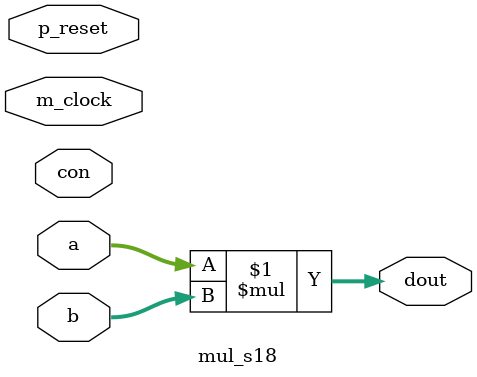
<source format=v>

module mul_s18 (
	p_reset, m_clock, a, b,
	dout, con
);
	input p_reset, m_clock;
	input signed [17:0] a, b;
	output signed [35:0] dout;
	input con;

	// -> t« 18x18=36 rbgæZ
	assign dout = a * b;

endmodule

</source>
